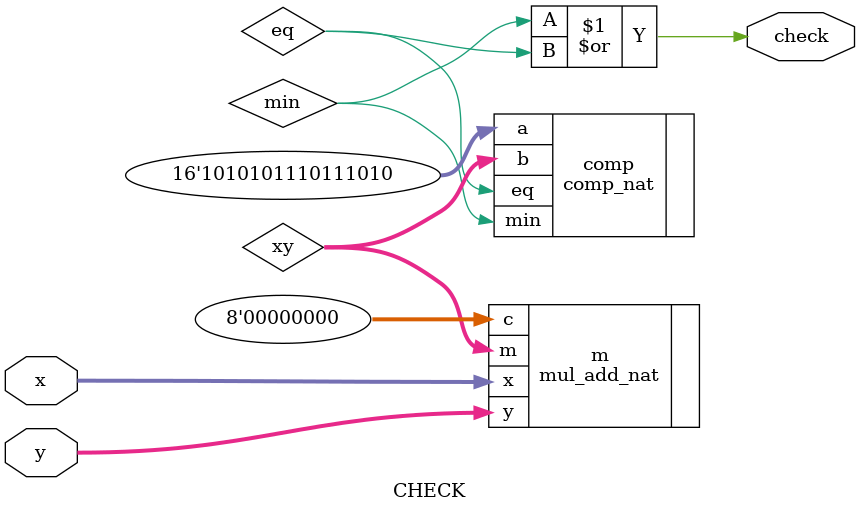
<source format=v>
module ABC (
    x, y,
    clock, reset_,
    soc, eoc,
    out
);
    output[7:0] x;
    input[7:0] y;
    input clock, reset_;
    input soc;
    output eoc;
    output[15:0] out;

    reg[7:0] X;
    assign x = X;

    reg EOC; assign eoc = EOC;
    reg[15:0] OUT; assign out = OUT;

    wire check_passed;
    CHECK cheker(.x(X), .y(y), .check(check_passed));

    reg[1:0] STAR;
    localparam S0 = 0, S1 = 1, S2 = 2, S3 = 3;

    always @(reset_ == 0) #1 
    begin
        EOC <= 1;
        OUT <= 0;
        X <= 0;
        STAR <= S0;
    end

    always @(posedge clock) if (reset_ == 1) #3
    casex (STAR)
        S0: begin
            EOC <= 1;
            STAR <= (soc == 1) ? S1 : S0;
        end
        S1: begin
            EOC <= 0;
            STAR <= (soc == 0) ? S2 : S1;
        end
        S2: begin
            X <= X + 1;
            STAR <= S3;
        end
        S3: begin
            OUT <= {X, y};
            STAR <= check_passed ? S0 : S2;
        end
    endcase
endmodule

module CHECK (
    x, y, check
);
    input[7:0] x, y;
    output check;
    wire[15:0] xy;
    wire min, eq;

    mul_add_nat #(.N(8), .M(8)) m (
        .x(x), .y(y), .c(8'h00),
        .m(xy)
    );

    comp_nat #(.N(16)) comp (
        .a(16'hABBA), .b(xy), .min(min), .eq(eq)
    );

    assign check = min | eq;
endmodule
</source>
